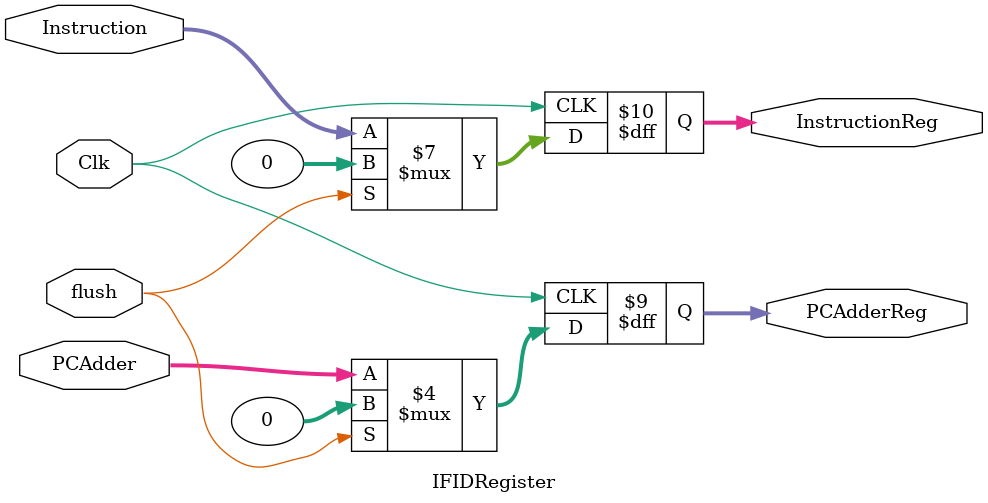
<source format=v>
`timescale 1ns / 1ps

module IFIDRegister(Clk, Instruction, PCAdder, PCAdderReg, InstructionReg, flush);

    input Clk;
    input flush;
    input [31:0] Instruction, PCAdder;
    output [31:0] PCAdderReg, InstructionReg; 
    reg [31:0] PCAdderReg, InstructionReg;
    
    initial begin
        PCAdderReg = 0;
        InstructionReg = 0;
    end
    
        always @(posedge Clk) begin // Reads value at positive edge of clock
            if(flush)begin
                InstructionReg <= 0;
                PCAdderReg <= 0;
            end
            else begin
                InstructionReg <= Instruction;
                PCAdderReg <= PCAdder;
            end
        end

endmodule
</source>
